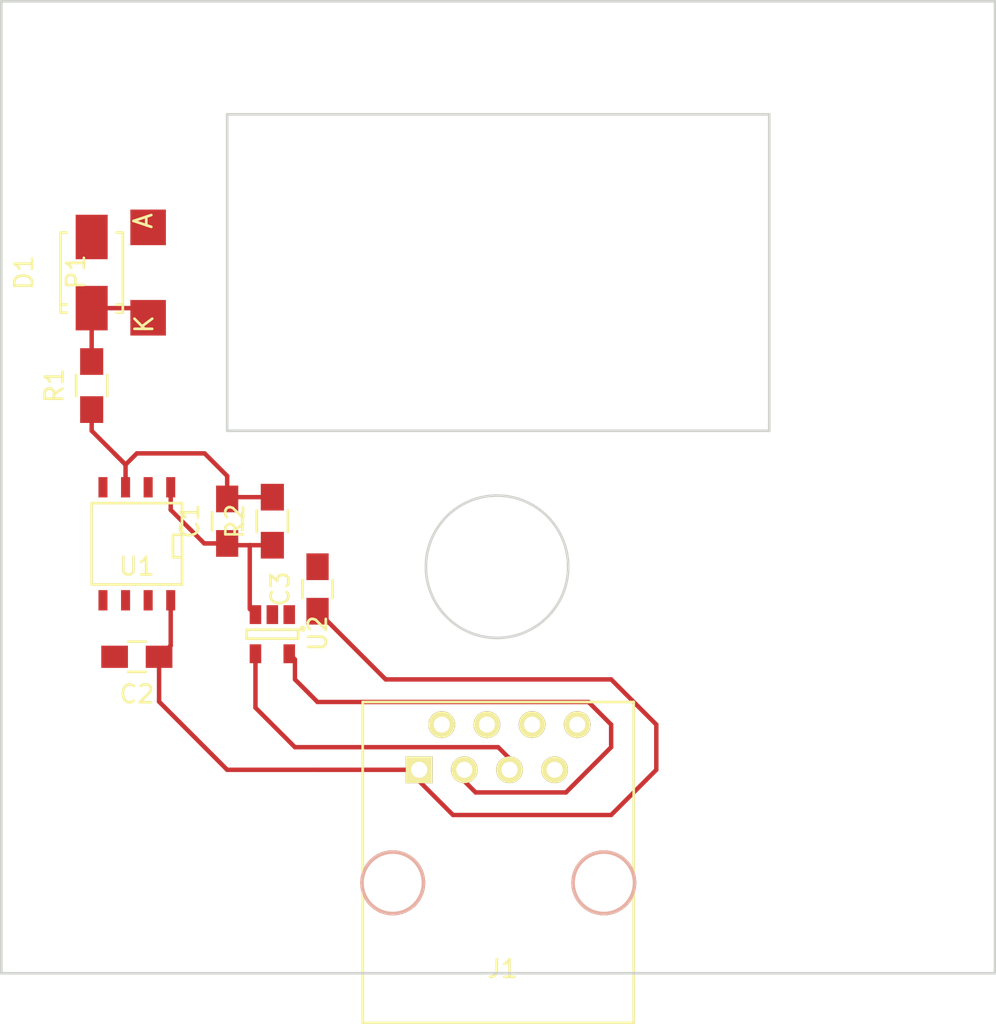
<source format=kicad_pcb>
(kicad_pcb (version 4) (host pcbnew 4.0.1-stable)

  (general
    (links 24)
    (no_connects 11)
    (area 104.064999 62.154999 160.095001 119.909001)
    (thickness 1.6)
    (drawings 9)
    (tracks 52)
    (zones 0)
    (modules 10)
    (nets 9)
  )

  (page A4)
  (layers
    (0 F.Cu signal)
    (31 B.Cu signal hide)
    (32 B.Adhes user hide)
    (33 F.Adhes user hide)
    (34 B.Paste user hide)
    (35 F.Paste user hide)
    (36 B.SilkS user hide)
    (37 F.SilkS user)
    (38 B.Mask user hide)
    (39 F.Mask user hide)
    (40 Dwgs.User user hide)
    (41 Cmts.User user hide)
    (42 Eco1.User user hide)
    (43 Eco2.User user hide)
    (44 Edge.Cuts user)
    (45 Margin user)
    (46 B.CrtYd user hide)
    (47 F.CrtYd user hide)
    (48 B.Fab user hide)
    (49 F.Fab user hide)
  )

  (setup
    (last_trace_width 0.25)
    (trace_clearance 0.2)
    (zone_clearance 0.508)
    (zone_45_only no)
    (trace_min 0.2)
    (segment_width 0.2)
    (edge_width 0.15)
    (via_size 0.6)
    (via_drill 0.4)
    (via_min_size 0.4)
    (via_min_drill 0.3)
    (uvia_size 0.3)
    (uvia_drill 0.1)
    (uvias_allowed no)
    (uvia_min_size 0.2)
    (uvia_min_drill 0.1)
    (pcb_text_width 0.3)
    (pcb_text_size 1.5 1.5)
    (mod_edge_width 0.15)
    (mod_text_size 1 1)
    (mod_text_width 0.15)
    (pad_size 1.524 1.524)
    (pad_drill 0.762)
    (pad_to_mask_clearance 0.2)
    (aux_axis_origin 0 0)
    (visible_elements FFFFFF7F)
    (pcbplotparams
      (layerselection 0x00030_80000001)
      (usegerberextensions false)
      (excludeedgelayer true)
      (linewidth 0.100000)
      (plotframeref false)
      (viasonmask false)
      (mode 1)
      (useauxorigin false)
      (hpglpennumber 1)
      (hpglpenspeed 20)
      (hpglpendiameter 15)
      (hpglpenoverlay 2)
      (psnegative false)
      (psa4output false)
      (plotreference true)
      (plotvalue true)
      (plotinvisibletext false)
      (padsonsilk false)
      (subtractmaskfromsilk false)
      (outputformat 1)
      (mirror false)
      (drillshape 1)
      (scaleselection 1)
      (outputdirectory ""))
  )

  (net 0 "")
  (net 1 "Net-(C1-Pad1)")
  (net 2 "Net-(C1-Pad2)")
  (net 3 +3V3)
  (net 4 GND)
  (net 5 "Net-(D1-Pad1)")
  (net 6 "Net-(J1-Pad3)")
  (net 7 "Net-(J1-Pad5)")
  (net 8 "Net-(J1-Pad7)")

  (net_class Default "This is the default net class."
    (clearance 0.2)
    (trace_width 0.25)
    (via_dia 0.6)
    (via_drill 0.4)
    (uvia_dia 0.3)
    (uvia_drill 0.1)
    (add_net +3V3)
    (add_net GND)
    (add_net "Net-(C1-Pad1)")
    (add_net "Net-(C1-Pad2)")
    (add_net "Net-(D1-Pad1)")
    (add_net "Net-(J1-Pad3)")
    (add_net "Net-(J1-Pad5)")
    (add_net "Net-(J1-Pad7)")
  )

  (module Capacitors_SMD:C_0805_HandSoldering (layer F.Cu) (tedit 541A9B8D) (tstamp 569D74C5)
    (at 116.84 91.44 90)
    (descr "Capacitor SMD 0805, hand soldering")
    (tags "capacitor 0805")
    (path /569D6523)
    (attr smd)
    (fp_text reference C1 (at 0 -2.1 90) (layer F.SilkS)
      (effects (font (size 1 1) (thickness 0.15)))
    )
    (fp_text value C (at 0 2.1 90) (layer F.Fab)
      (effects (font (size 1 1) (thickness 0.15)))
    )
    (fp_line (start -2.3 -1) (end 2.3 -1) (layer F.CrtYd) (width 0.05))
    (fp_line (start -2.3 1) (end 2.3 1) (layer F.CrtYd) (width 0.05))
    (fp_line (start -2.3 -1) (end -2.3 1) (layer F.CrtYd) (width 0.05))
    (fp_line (start 2.3 -1) (end 2.3 1) (layer F.CrtYd) (width 0.05))
    (fp_line (start 0.5 -0.85) (end -0.5 -0.85) (layer F.SilkS) (width 0.15))
    (fp_line (start -0.5 0.85) (end 0.5 0.85) (layer F.SilkS) (width 0.15))
    (pad 1 smd rect (at -1.25 0 90) (size 1.5 1.25) (layers F.Cu F.Paste F.Mask)
      (net 1 "Net-(C1-Pad1)"))
    (pad 2 smd rect (at 1.25 0 90) (size 1.5 1.25) (layers F.Cu F.Paste F.Mask)
      (net 2 "Net-(C1-Pad2)"))
    (model Capacitors_SMD.3dshapes/C_0805_HandSoldering.wrl
      (at (xyz 0 0 0))
      (scale (xyz 1 1 1))
      (rotate (xyz 0 0 0))
    )
  )

  (module Capacitors_SMD:C_0805_HandSoldering (layer F.Cu) (tedit 541A9B8D) (tstamp 569D74CB)
    (at 111.76 99.06 180)
    (descr "Capacitor SMD 0805, hand soldering")
    (tags "capacitor 0805")
    (path /569D6832)
    (attr smd)
    (fp_text reference C2 (at 0 -2.1 180) (layer F.SilkS)
      (effects (font (size 1 1) (thickness 0.15)))
    )
    (fp_text value C (at 0 2.1 180) (layer F.Fab)
      (effects (font (size 1 1) (thickness 0.15)))
    )
    (fp_line (start -2.3 -1) (end 2.3 -1) (layer F.CrtYd) (width 0.05))
    (fp_line (start -2.3 1) (end 2.3 1) (layer F.CrtYd) (width 0.05))
    (fp_line (start -2.3 -1) (end -2.3 1) (layer F.CrtYd) (width 0.05))
    (fp_line (start 2.3 -1) (end 2.3 1) (layer F.CrtYd) (width 0.05))
    (fp_line (start 0.5 -0.85) (end -0.5 -0.85) (layer F.SilkS) (width 0.15))
    (fp_line (start -0.5 0.85) (end 0.5 0.85) (layer F.SilkS) (width 0.15))
    (pad 1 smd rect (at -1.25 0 180) (size 1.5 1.25) (layers F.Cu F.Paste F.Mask)
      (net 3 +3V3))
    (pad 2 smd rect (at 1.25 0 180) (size 1.5 1.25) (layers F.Cu F.Paste F.Mask)
      (net 4 GND))
    (model Capacitors_SMD.3dshapes/C_0805_HandSoldering.wrl
      (at (xyz 0 0 0))
      (scale (xyz 1 1 1))
      (rotate (xyz 0 0 0))
    )
  )

  (module Capacitors_SMD:C_0805_HandSoldering (layer F.Cu) (tedit 541A9B8D) (tstamp 569D74D1)
    (at 121.92 95.25 90)
    (descr "Capacitor SMD 0805, hand soldering")
    (tags "capacitor 0805")
    (path /569D6EDA)
    (attr smd)
    (fp_text reference C3 (at 0 -2.1 90) (layer F.SilkS)
      (effects (font (size 1 1) (thickness 0.15)))
    )
    (fp_text value C (at 0 2.1 90) (layer F.Fab)
      (effects (font (size 1 1) (thickness 0.15)))
    )
    (fp_line (start -2.3 -1) (end 2.3 -1) (layer F.CrtYd) (width 0.05))
    (fp_line (start -2.3 1) (end 2.3 1) (layer F.CrtYd) (width 0.05))
    (fp_line (start -2.3 -1) (end -2.3 1) (layer F.CrtYd) (width 0.05))
    (fp_line (start 2.3 -1) (end 2.3 1) (layer F.CrtYd) (width 0.05))
    (fp_line (start 0.5 -0.85) (end -0.5 -0.85) (layer F.SilkS) (width 0.15))
    (fp_line (start -0.5 0.85) (end 0.5 0.85) (layer F.SilkS) (width 0.15))
    (pad 1 smd rect (at -1.25 0 90) (size 1.5 1.25) (layers F.Cu F.Paste F.Mask)
      (net 3 +3V3))
    (pad 2 smd rect (at 1.25 0 90) (size 1.5 1.25) (layers F.Cu F.Paste F.Mask)
      (net 4 GND))
    (model Capacitors_SMD.3dshapes/C_0805_HandSoldering.wrl
      (at (xyz 0 0 0))
      (scale (xyz 1 1 1))
      (rotate (xyz 0 0 0))
    )
  )

  (module Diodes_SMD:SMA_Standard (layer F.Cu) (tedit 552FF239) (tstamp 569D74D7)
    (at 109.22 77.47 90)
    (descr "Diode SMA")
    (tags "Diode SMA")
    (path /569D67B7)
    (attr smd)
    (fp_text reference D1 (at 0 -3.81 90) (layer F.SilkS)
      (effects (font (size 1 1) (thickness 0.15)))
    )
    (fp_text value "ZENER 2v7" (at 0 4.3 90) (layer F.Fab)
      (effects (font (size 1 1) (thickness 0.15)))
    )
    (fp_line (start -3.5 -2) (end 3.5 -2) (layer F.CrtYd) (width 0.05))
    (fp_line (start 3.5 -2) (end 3.5 2) (layer F.CrtYd) (width 0.05))
    (fp_line (start 3.5 2) (end -3.5 2) (layer F.CrtYd) (width 0.05))
    (fp_line (start -3.5 2) (end -3.5 -2) (layer F.CrtYd) (width 0.05))
    (fp_text user K (at -2.9 2.95 90) (layer F.SilkS)
      (effects (font (size 1 1) (thickness 0.15)))
    )
    (fp_text user A (at 2.9 2.9 90) (layer F.SilkS)
      (effects (font (size 1 1) (thickness 0.15)))
    )
    (fp_circle (center 0 0) (end 0.20066 -0.0508) (layer F.Adhes) (width 0.381))
    (fp_line (start -1.79914 1.75006) (end -1.79914 1.39954) (layer F.SilkS) (width 0.15))
    (fp_line (start -1.79914 -1.75006) (end -1.79914 -1.39954) (layer F.SilkS) (width 0.15))
    (fp_line (start 2.25044 1.75006) (end 2.25044 1.39954) (layer F.SilkS) (width 0.15))
    (fp_line (start -2.25044 1.75006) (end -2.25044 1.39954) (layer F.SilkS) (width 0.15))
    (fp_line (start -2.25044 -1.75006) (end -2.25044 -1.39954) (layer F.SilkS) (width 0.15))
    (fp_line (start 2.25044 -1.75006) (end 2.25044 -1.39954) (layer F.SilkS) (width 0.15))
    (fp_line (start -2.25044 1.75006) (end 2.25044 1.75006) (layer F.SilkS) (width 0.15))
    (fp_line (start -2.25044 -1.75006) (end 2.25044 -1.75006) (layer F.SilkS) (width 0.15))
    (pad 1 smd rect (at -1.99898 0 90) (size 2.49936 1.80086) (layers F.Cu F.Paste F.Mask)
      (net 5 "Net-(D1-Pad1)"))
    (pad 2 smd rect (at 1.99898 0 90) (size 2.49936 1.80086) (layers F.Cu F.Paste F.Mask)
      (net 4 GND))
    (model Diodes_SMD.3dshapes/SMA_Standard.wrl
      (at (xyz 0 0 0))
      (scale (xyz 0.3937 0.3937 0.3937))
      (rotate (xyz 0 0 180))
    )
  )

  (module Connect:RJ45_8 (layer F.Cu) (tedit 0) (tstamp 569D74E5)
    (at 132.08 111.76)
    (tags RJ45)
    (path /569D7046)
    (fp_text reference J1 (at 0.254 4.826) (layer F.SilkS)
      (effects (font (size 1 1) (thickness 0.15)))
    )
    (fp_text value RJ45 (at 0.14224 -0.1016) (layer F.Fab)
      (effects (font (size 1 1) (thickness 0.15)))
    )
    (fp_line (start -7.62 7.874) (end 7.62 7.874) (layer F.SilkS) (width 0.15))
    (fp_line (start 7.62 7.874) (end 7.62 -10.16) (layer F.SilkS) (width 0.15))
    (fp_line (start 7.62 -10.16) (end -7.62 -10.16) (layer F.SilkS) (width 0.15))
    (fp_line (start -7.62 -10.16) (end -7.62 7.874) (layer F.SilkS) (width 0.15))
    (pad Hole np_thru_hole circle (at 5.93852 0) (size 3.64998 3.64998) (drill 3.2512) (layers *.Cu *.SilkS *.Mask))
    (pad Hole np_thru_hole circle (at -5.9309 0) (size 3.64998 3.64998) (drill 3.2512) (layers *.Cu *.SilkS *.Mask))
    (pad 1 thru_hole rect (at -4.445 -6.35) (size 1.50114 1.50114) (drill 0.89916) (layers *.Cu *.Mask F.SilkS)
      (net 3 +3V3))
    (pad 2 thru_hole circle (at -3.175 -8.89) (size 1.50114 1.50114) (drill 0.89916) (layers *.Cu *.Mask F.SilkS)
      (net 4 GND))
    (pad 3 thru_hole circle (at -1.905 -6.35) (size 1.50114 1.50114) (drill 0.89916) (layers *.Cu *.Mask F.SilkS)
      (net 6 "Net-(J1-Pad3)"))
    (pad 4 thru_hole circle (at -0.635 -8.89) (size 1.50114 1.50114) (drill 0.89916) (layers *.Cu *.Mask F.SilkS)
      (net 4 GND))
    (pad 5 thru_hole circle (at 0.635 -6.35) (size 1.50114 1.50114) (drill 0.89916) (layers *.Cu *.Mask F.SilkS)
      (net 7 "Net-(J1-Pad5)"))
    (pad 6 thru_hole circle (at 1.905 -8.89) (size 1.50114 1.50114) (drill 0.89916) (layers *.Cu *.Mask F.SilkS)
      (net 4 GND))
    (pad 7 thru_hole circle (at 3.175 -6.35) (size 1.50114 1.50114) (drill 0.89916) (layers *.Cu *.Mask F.SilkS)
      (net 8 "Net-(J1-Pad7)"))
    (pad 8 thru_hole circle (at 4.445 -8.89) (size 1.50114 1.50114) (drill 0.89916) (layers *.Cu *.Mask F.SilkS)
      (net 4 GND))
    (model Connect.3dshapes/RJ45_8.wrl
      (at (xyz 0 0 0))
      (scale (xyz 0.4 0.4 0.4))
      (rotate (xyz 0 0 0))
    )
  )

  (module Oddities:NetTie-I_SMD (layer F.Cu) (tedit 0) (tstamp 569D74EB)
    (at 112.395 77.47 270)
    (descr "Just a \"Net tie\" as an more or less elegant way to connect two different nets without disturbing ERC and DRC. Make connection between 1 and 2 by yourself.")
    (tags "Just a \"Net tie\" as an more or less elegant way to connect two different nets without disturbing ERC and DRC. Make connection between 1 and 2 by yourself.")
    (path /569D74DD)
    (fp_text reference P1 (at -0.04064 4.06908 270) (layer F.SilkS)
      (effects (font (size 1 1) (thickness 0.15)))
    )
    (fp_text value LDT (at 0 -3.048 270) (layer F.Fab)
      (effects (font (size 1 1) (thickness 0.15)))
    )
    (pad 1 smd rect (at -2.54 0 270) (size 1.99898 1.99898) (layers F.Cu F.Paste F.Mask)
      (net 4 GND))
    (pad 2 smd rect (at 2.54 0 270) (size 1.99898 1.99898) (layers F.Cu F.Paste F.Mask)
      (net 5 "Net-(D1-Pad1)"))
  )

  (module Resistors_SMD:R_0805_HandSoldering (layer F.Cu) (tedit 54189DEE) (tstamp 569D74F1)
    (at 109.22 83.82 90)
    (descr "Resistor SMD 0805, hand soldering")
    (tags "resistor 0805")
    (path /569D648B)
    (attr smd)
    (fp_text reference R1 (at 0 -2.1 90) (layer F.SilkS)
      (effects (font (size 1 1) (thickness 0.15)))
    )
    (fp_text value R (at 0 2.1 90) (layer F.Fab)
      (effects (font (size 1 1) (thickness 0.15)))
    )
    (fp_line (start -2.4 -1) (end 2.4 -1) (layer F.CrtYd) (width 0.05))
    (fp_line (start -2.4 1) (end 2.4 1) (layer F.CrtYd) (width 0.05))
    (fp_line (start -2.4 -1) (end -2.4 1) (layer F.CrtYd) (width 0.05))
    (fp_line (start 2.4 -1) (end 2.4 1) (layer F.CrtYd) (width 0.05))
    (fp_line (start 0.6 0.875) (end -0.6 0.875) (layer F.SilkS) (width 0.15))
    (fp_line (start -0.6 -0.875) (end 0.6 -0.875) (layer F.SilkS) (width 0.15))
    (pad 1 smd rect (at -1.35 0 90) (size 1.5 1.3) (layers F.Cu F.Paste F.Mask)
      (net 2 "Net-(C1-Pad2)"))
    (pad 2 smd rect (at 1.35 0 90) (size 1.5 1.3) (layers F.Cu F.Paste F.Mask)
      (net 5 "Net-(D1-Pad1)"))
    (model Resistors_SMD.3dshapes/R_0805_HandSoldering.wrl
      (at (xyz 0 0 0))
      (scale (xyz 1 1 1))
      (rotate (xyz 0 0 0))
    )
  )

  (module Resistors_SMD:R_0805_HandSoldering (layer F.Cu) (tedit 54189DEE) (tstamp 569D74F7)
    (at 119.38 91.44 90)
    (descr "Resistor SMD 0805, hand soldering")
    (tags "resistor 0805")
    (path /569D64DD)
    (attr smd)
    (fp_text reference R2 (at 0 -2.1 90) (layer F.SilkS)
      (effects (font (size 1 1) (thickness 0.15)))
    )
    (fp_text value R (at 0 2.1 90) (layer F.Fab)
      (effects (font (size 1 1) (thickness 0.15)))
    )
    (fp_line (start -2.4 -1) (end 2.4 -1) (layer F.CrtYd) (width 0.05))
    (fp_line (start -2.4 1) (end 2.4 1) (layer F.CrtYd) (width 0.05))
    (fp_line (start -2.4 -1) (end -2.4 1) (layer F.CrtYd) (width 0.05))
    (fp_line (start 2.4 -1) (end 2.4 1) (layer F.CrtYd) (width 0.05))
    (fp_line (start 0.6 0.875) (end -0.6 0.875) (layer F.SilkS) (width 0.15))
    (fp_line (start -0.6 -0.875) (end 0.6 -0.875) (layer F.SilkS) (width 0.15))
    (pad 1 smd rect (at -1.35 0 90) (size 1.5 1.3) (layers F.Cu F.Paste F.Mask)
      (net 1 "Net-(C1-Pad1)"))
    (pad 2 smd rect (at 1.35 0 90) (size 1.5 1.3) (layers F.Cu F.Paste F.Mask)
      (net 2 "Net-(C1-Pad2)"))
    (model Resistors_SMD.3dshapes/R_0805_HandSoldering.wrl
      (at (xyz 0 0 0))
      (scale (xyz 1 1 1))
      (rotate (xyz 0 0 0))
    )
  )

  (module SMD_Packages:SOIC-8-N (layer F.Cu) (tedit 0) (tstamp 569D7503)
    (at 111.76 92.71 180)
    (descr "Module Narrow CMS SOJ 8 pins large")
    (tags "CMS SOJ")
    (path /569D63FF)
    (attr smd)
    (fp_text reference U1 (at 0 -1.27 180) (layer F.SilkS)
      (effects (font (size 1 1) (thickness 0.15)))
    )
    (fp_text value TL082 (at 0 1.27 180) (layer F.Fab)
      (effects (font (size 1 1) (thickness 0.15)))
    )
    (fp_line (start -2.54 -2.286) (end 2.54 -2.286) (layer F.SilkS) (width 0.15))
    (fp_line (start 2.54 -2.286) (end 2.54 2.286) (layer F.SilkS) (width 0.15))
    (fp_line (start 2.54 2.286) (end -2.54 2.286) (layer F.SilkS) (width 0.15))
    (fp_line (start -2.54 2.286) (end -2.54 -2.286) (layer F.SilkS) (width 0.15))
    (fp_line (start -2.54 -0.762) (end -2.032 -0.762) (layer F.SilkS) (width 0.15))
    (fp_line (start -2.032 -0.762) (end -2.032 0.508) (layer F.SilkS) (width 0.15))
    (fp_line (start -2.032 0.508) (end -2.54 0.508) (layer F.SilkS) (width 0.15))
    (pad 8 smd rect (at -1.905 -3.175 180) (size 0.508 1.143) (layers F.Cu F.Paste F.Mask)
      (net 3 +3V3))
    (pad 7 smd rect (at -0.635 -3.175 180) (size 0.508 1.143) (layers F.Cu F.Paste F.Mask))
    (pad 6 smd rect (at 0.635 -3.175 180) (size 0.508 1.143) (layers F.Cu F.Paste F.Mask))
    (pad 5 smd rect (at 1.905 -3.175 180) (size 0.508 1.143) (layers F.Cu F.Paste F.Mask))
    (pad 4 smd rect (at 1.905 3.175 180) (size 0.508 1.143) (layers F.Cu F.Paste F.Mask)
      (net 4 GND))
    (pad 3 smd rect (at 0.635 3.175 180) (size 0.508 1.143) (layers F.Cu F.Paste F.Mask)
      (net 2 "Net-(C1-Pad2)"))
    (pad 2 smd rect (at -0.635 3.175 180) (size 0.508 1.143) (layers F.Cu F.Paste F.Mask)
      (net 4 GND))
    (pad 1 smd rect (at -1.905 3.175 180) (size 0.508 1.143) (layers F.Cu F.Paste F.Mask)
      (net 1 "Net-(C1-Pad1)"))
    (model SMD_Packages.3dshapes/SOIC-8-N.wrl
      (at (xyz 0 0 0))
      (scale (xyz 0.5 0.38 0.5))
      (rotate (xyz 0 0 0))
    )
  )

  (module TO_SOT_Packages_SMD:SOT-23-5 (layer F.Cu) (tedit 55360473) (tstamp 569D750C)
    (at 119.38 97.79 270)
    (descr "5-pin SOT23 package")
    (tags SOT-23-5)
    (path /569D6DD4)
    (attr smd)
    (fp_text reference U2 (at -0.05 -2.55 270) (layer F.SilkS)
      (effects (font (size 1 1) (thickness 0.15)))
    )
    (fp_text value MCP3221 (at -0.05 2.35 270) (layer F.Fab)
      (effects (font (size 1 1) (thickness 0.15)))
    )
    (fp_line (start -1.8 -1.6) (end 1.8 -1.6) (layer F.CrtYd) (width 0.05))
    (fp_line (start 1.8 -1.6) (end 1.8 1.6) (layer F.CrtYd) (width 0.05))
    (fp_line (start 1.8 1.6) (end -1.8 1.6) (layer F.CrtYd) (width 0.05))
    (fp_line (start -1.8 1.6) (end -1.8 -1.6) (layer F.CrtYd) (width 0.05))
    (fp_circle (center -0.3 -1.7) (end -0.2 -1.7) (layer F.SilkS) (width 0.15))
    (fp_line (start 0.25 -1.45) (end -0.25 -1.45) (layer F.SilkS) (width 0.15))
    (fp_line (start 0.25 1.45) (end 0.25 -1.45) (layer F.SilkS) (width 0.15))
    (fp_line (start -0.25 1.45) (end 0.25 1.45) (layer F.SilkS) (width 0.15))
    (fp_line (start -0.25 -1.45) (end -0.25 1.45) (layer F.SilkS) (width 0.15))
    (pad 1 smd rect (at -1.1 -0.95 270) (size 1.06 0.65) (layers F.Cu F.Paste F.Mask)
      (net 3 +3V3))
    (pad 2 smd rect (at -1.1 0 270) (size 1.06 0.65) (layers F.Cu F.Paste F.Mask)
      (net 4 GND))
    (pad 3 smd rect (at -1.1 0.95 270) (size 1.06 0.65) (layers F.Cu F.Paste F.Mask)
      (net 1 "Net-(C1-Pad1)"))
    (pad 4 smd rect (at 1.1 0.95 270) (size 1.06 0.65) (layers F.Cu F.Paste F.Mask)
      (net 7 "Net-(J1-Pad5)"))
    (pad 5 smd rect (at 1.1 -0.95 270) (size 1.06 0.65) (layers F.Cu F.Paste F.Mask)
      (net 6 "Net-(J1-Pad3)"))
    (model TO_SOT_Packages_SMD.3dshapes/SOT-23-5.wrl
      (at (xyz 0 0 0))
      (scale (xyz 1 1 1))
      (rotate (xyz 0 0 0))
    )
  )

  (gr_line (start 160.02 62.23) (end 104.14 62.23) (angle 90) (layer Edge.Cuts) (width 0.15))
  (gr_line (start 160.02 116.84) (end 160.02 62.23) (angle 90) (layer Edge.Cuts) (width 0.15))
  (gr_line (start 104.14 116.84) (end 160.02 116.84) (angle 90) (layer Edge.Cuts) (width 0.15))
  (gr_line (start 104.14 62.23) (end 104.14 116.84) (angle 90) (layer Edge.Cuts) (width 0.15))
  (gr_line (start 147.32 68.58) (end 116.84 68.58) (angle 90) (layer Edge.Cuts) (width 0.15))
  (gr_line (start 147.32 86.36) (end 147.32 68.58) (angle 90) (layer Edge.Cuts) (width 0.15))
  (gr_line (start 116.84 86.36) (end 147.32 86.36) (angle 90) (layer Edge.Cuts) (width 0.15))
  (gr_line (start 116.84 68.58) (end 116.84 86.36) (angle 90) (layer Edge.Cuts) (width 0.15))
  (gr_circle (center 132.015 94) (end 136.015 94) (layer Edge.Cuts) (width 0.15))

  (segment (start 118.11 92.79) (end 118.11 96.37) (width 0.25) (layer F.Cu) (net 1) (status 800000))
  (segment (start 118.11 96.37) (end 118.43 96.69) (width 0.25) (layer F.Cu) (net 1) (tstamp 569D7F9E) (status C00000))
  (segment (start 119.38 92.79) (end 118.11 92.79) (width 0.25) (layer F.Cu) (net 1))
  (segment (start 118.11 92.79) (end 116.94 92.79) (width 0.25) (layer F.Cu) (net 1) (tstamp 569D7F9C))
  (segment (start 116.94 92.79) (end 116.84 92.69) (width 0.25) (layer F.Cu) (net 1) (tstamp 569D7E72))
  (segment (start 113.665 89.535) (end 113.665 90.805) (width 0.25) (layer F.Cu) (net 1))
  (segment (start 115.55 92.69) (end 116.84 92.69) (width 0.25) (layer F.Cu) (net 1) (tstamp 569D7E6E))
  (segment (start 113.665 90.805) (end 115.55 92.69) (width 0.25) (layer F.Cu) (net 1) (tstamp 569D7E69))
  (segment (start 116.84 90.19) (end 116.84 88.9) (width 0.25) (layer F.Cu) (net 2))
  (segment (start 111.76 87.63) (end 111.125 88.265) (width 0.25) (layer F.Cu) (net 2) (tstamp 569D7E53))
  (segment (start 115.57 87.63) (end 111.76 87.63) (width 0.25) (layer F.Cu) (net 2) (tstamp 569D7E51))
  (segment (start 116.84 88.9) (end 115.57 87.63) (width 0.25) (layer F.Cu) (net 2) (tstamp 569D7E50))
  (segment (start 111.125 88.265) (end 110.49 87.63) (width 0.25) (layer F.Cu) (net 2) (tstamp 569D7E55))
  (segment (start 119.38 90.09) (end 116.94 90.09) (width 0.25) (layer F.Cu) (net 2))
  (segment (start 116.94 90.09) (end 116.84 90.19) (width 0.25) (layer F.Cu) (net 2) (tstamp 569D7E40))
  (segment (start 109.22 85.17) (end 109.22 86.36) (width 0.25) (layer F.Cu) (net 2))
  (segment (start 111.125 88.265) (end 111.125 89.535) (width 0.25) (layer F.Cu) (net 2) (tstamp 569D7E38))
  (segment (start 109.22 86.36) (end 110.49 87.63) (width 0.25) (layer F.Cu) (net 2) (tstamp 569D7E1C))
  (segment (start 110.49 87.63) (end 111.125 88.265) (width 0.25) (layer F.Cu) (net 2) (tstamp 569D7E5A))
  (segment (start 140.97 105.41) (end 140.97 102.87) (width 0.25) (layer F.Cu) (net 3))
  (segment (start 129.54 107.95) (end 138.43 107.95) (width 0.25) (layer F.Cu) (net 3) (tstamp 569D7F6D))
  (segment (start 138.43 107.95) (end 140.97 105.41) (width 0.25) (layer F.Cu) (net 3) (tstamp 569D7F70))
  (segment (start 127.635 106.045) (end 129.54 107.95) (width 0.25) (layer F.Cu) (net 3) (tstamp 569D7F68) (status 400000))
  (segment (start 125.75 100.33) (end 121.92 96.5) (width 0.25) (layer F.Cu) (net 3) (tstamp 569D7F7C) (status 800000))
  (segment (start 138.43 100.33) (end 125.75 100.33) (width 0.25) (layer F.Cu) (net 3) (tstamp 569D7F77))
  (segment (start 140.97 102.87) (end 138.43 100.33) (width 0.25) (layer F.Cu) (net 3) (tstamp 569D7F74))
  (segment (start 127.635 105.41) (end 127.635 106.045) (width 0.25) (layer F.Cu) (net 3) (status C00000))
  (segment (start 113.01 99.06) (end 113.01 101.58) (width 0.25) (layer F.Cu) (net 3))
  (segment (start 116.84 105.41) (end 121.92 105.41) (width 0.25) (layer F.Cu) (net 3) (tstamp 569D7EA2))
  (segment (start 121.92 105.41) (end 127.635 105.41) (width 0.25) (layer F.Cu) (net 3) (tstamp 569D7EA8))
  (segment (start 113.01 101.58) (end 116.84 105.41) (width 0.25) (layer F.Cu) (net 3) (tstamp 569D7E9C))
  (segment (start 113.01 99.06) (end 113.03 99.06) (width 0.25) (layer F.Cu) (net 3))
  (segment (start 113.03 99.06) (end 113.665 98.425) (width 0.25) (layer F.Cu) (net 3) (tstamp 569D7E84))
  (segment (start 113.665 98.425) (end 113.665 95.885) (width 0.25) (layer F.Cu) (net 3) (tstamp 569D7E89))
  (segment (start 109.22 79.46898) (end 109.22 82.47) (width 0.25) (layer F.Cu) (net 5))
  (segment (start 109.22 79.46898) (end 111.85398 79.46898) (width 0.25) (layer F.Cu) (net 5))
  (segment (start 111.85398 79.46898) (end 112.395 80.01) (width 0.25) (layer F.Cu) (net 5) (tstamp 569D7DDE))
  (segment (start 130.175 105.41) (end 130.175 106.045) (width 0.25) (layer F.Cu) (net 6) (status C00000))
  (segment (start 130.175 106.045) (end 130.81 106.68) (width 0.25) (layer F.Cu) (net 6) (tstamp 569D7FF4) (status 400000))
  (segment (start 130.81 106.68) (end 135.89 106.68) (width 0.25) (layer F.Cu) (net 6) (tstamp 569D7FF5))
  (segment (start 135.89 106.68) (end 138.43 104.14) (width 0.25) (layer F.Cu) (net 6) (tstamp 569D7FFA))
  (segment (start 138.43 104.14) (end 138.43 102.87) (width 0.25) (layer F.Cu) (net 6) (tstamp 569D8000))
  (segment (start 138.43 102.87) (end 137.16 101.6) (width 0.25) (layer F.Cu) (net 6) (tstamp 569D8004))
  (segment (start 137.16 101.6) (end 121.92 101.6) (width 0.25) (layer F.Cu) (net 6) (tstamp 569D8006))
  (segment (start 121.92 101.6) (end 120.65 100.33) (width 0.25) (layer F.Cu) (net 6) (tstamp 569D8007))
  (segment (start 120.65 100.33) (end 120.65 99.21) (width 0.25) (layer F.Cu) (net 6) (tstamp 569D800F) (status 800000))
  (segment (start 120.65 99.21) (end 120.33 98.89) (width 0.25) (layer F.Cu) (net 6) (tstamp 569D8012) (status C00000))
  (segment (start 132.715 105.41) (end 132.715 104.775) (width 0.25) (layer F.Cu) (net 7) (status C00000))
  (segment (start 132.715 104.775) (end 132.08 104.14) (width 0.25) (layer F.Cu) (net 7) (tstamp 569D7FE5) (status 400000))
  (segment (start 132.08 104.14) (end 120.65 104.14) (width 0.25) (layer F.Cu) (net 7) (tstamp 569D7FE6))
  (segment (start 120.65 104.14) (end 118.43 101.92) (width 0.25) (layer F.Cu) (net 7) (tstamp 569D7FE9))
  (segment (start 118.43 101.92) (end 118.43 98.89) (width 0.25) (layer F.Cu) (net 7) (tstamp 569D7FEF) (status 800000))

  (zone (net 4) (net_name GND) (layer F.Cu) (tstamp 569D7D40) (hatch edge 0.508)
    (connect_pads (clearance 0.508))
    (min_thickness 0.254)
    (fill (arc_segments 16) (thermal_gap 0.508) (thermal_bridge_width 0.508))
    (polygon
      (pts
        (xy 105.41 63.5) (xy 105.41 115.57) (xy 158.75 115.57) (xy 158.75 63.5)
      )
    )
  )
  (zone (net 4) (net_name GND) (layer B.Cu) (tstamp 569D7D5F) (hatch edge 0.508)
    (connect_pads (clearance 0.508))
    (min_thickness 0.254)
    (fill (arc_segments 16) (thermal_gap 0.508) (thermal_bridge_width 0.508))
    (polygon
      (pts
        (xy 105.41 63.5) (xy 105.41 115.57) (xy 158.75 115.57) (xy 158.75 63.5)
      )
    )
  )
)

</source>
